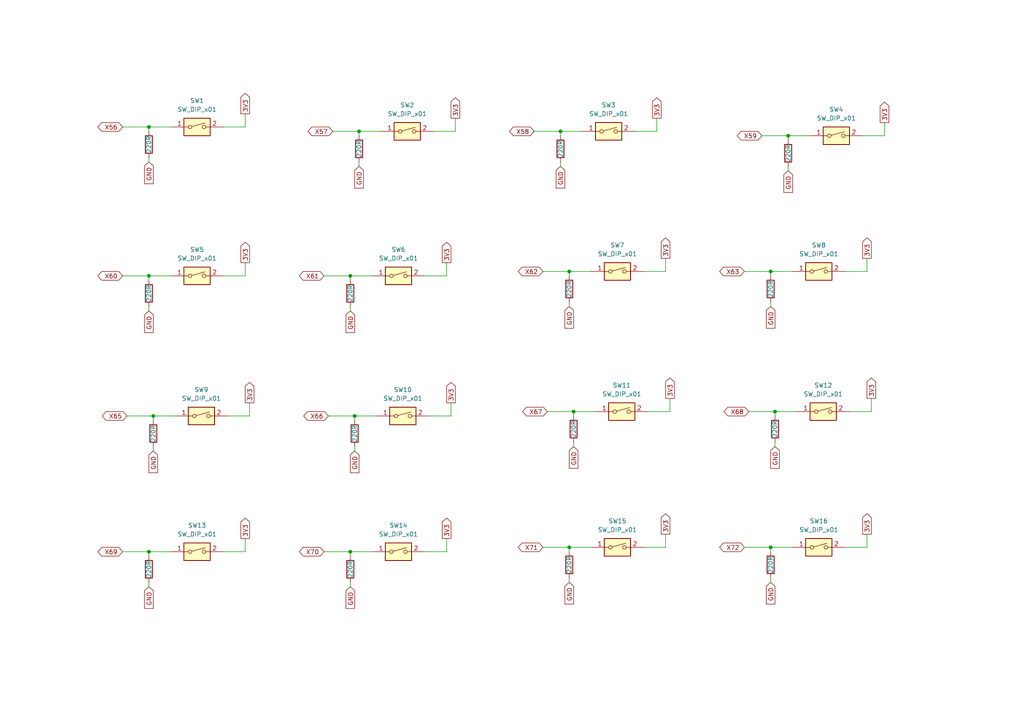
<source format=kicad_sch>
(kicad_sch (version 20231120) (generator "eeschema") (generator_version "8.0")
  (paper "A4")
  (lib_symbols
    (symbol "Device:R" (pin_numbers hide) (pin_names (offset 0))
      (property "Reference" "R" (at 2.032 0 90))
      (property "Value" "R" (at 0 0 90))
      (symbol "R_0_1"
        (rectangle (start -1.016 -2.54) (end 1.016 2.54) (stroke (width 0.254)))
      )
      (symbol "R_1_1"
        (pin passive line (at 0 3.81 270) (length 1.27) (name "~") (number "1"))
        (pin passive line (at 0 -3.81 90) (length 1.27) (name "~") (number "2"))
      )
    )
    (symbol "Switch:SW_DIP_x01" (pin_names (offset 0) hide)
      (property "Reference" "SW" (at 0 3.81 0))
      (property "Value" "SW_DIP_x01" (at 0 -3.81 0))
      (symbol "SW_DIP_x01_0_0"
        (circle (center -2.032 0) (radius 0.508))
        (polyline (pts (xy -1.524 0.127) (xy 2.3622 1.1684)))
        (circle (center 2.032 0) (radius 0.508))
      )
      (symbol "SW_DIP_x01_0_1"
        (rectangle (start -3.81 2.54) (end 3.81 -2.54) (stroke (width 0.254)) (fill (type background)))
      )
      (symbol "SW_DIP_x01_1_1"
        (pin passive line (at -7.62 0 0) (length 5.08) (name "~") (number "1"))
        (pin passive line (at 7.62 0 180) (length 5.08) (name "~") (number "2"))
      )
    )
  )
  (junction (at 223.52 158.75))
  (junction (at 102.87 120.65))
  (junction (at 166.37 119.38))
  (junction (at 162.56 38.1))
  (junction (at 165.1 78.74))
  (junction (at 165.1 158.75))
  (junction (at 101.6 80.01))
  (junction (at 101.6 160.02))
  (junction (at 104.14 38.1))
  (junction (at 224.79 119.38))
  (junction (at 44.45 120.65))
  (junction (at 223.52 78.74))
  (junction (at 43.18 80.01))
  (junction (at 43.18 160.02))
  (junction (at 228.6 39.37))
  (junction (at 43.18 36.83))
  (wire (pts (xy 157.48 158.75) (xy 165.1 158.75)))
  (wire (pts (xy 101.6 90.17) (xy 101.6 88.9)))
  (wire (pts (xy 35.56 160.02) (xy 43.18 160.02)))
  (wire (pts (xy 166.37 129.54) (xy 166.37 128.27)))
  (wire (pts (xy 64.77 36.83) (xy 71.12 36.83)))
  (wire (pts (xy 228.6 39.37) (xy 234.95 39.37)))
  (wire (pts (xy 166.37 119.38) (xy 172.72 119.38)))
  (wire (pts (xy 246.38 119.38) (xy 252.73 119.38)))
  (wire (pts (xy 165.1 78.74) (xy 165.1 80.01)))
  (wire (pts (xy 44.45 120.65) (xy 44.45 121.92)))
  (wire (pts (xy 102.87 120.65) (xy 109.22 120.65)))
  (wire (pts (xy 190.5 38.1) (xy 190.5 34.29)))
  (wire (pts (xy 71.12 36.83) (xy 71.12 33.02)))
  (wire (pts (xy 252.73 119.38) (xy 252.73 115.57)))
  (wire (pts (xy 35.56 36.83) (xy 43.18 36.83)))
  (wire (pts (xy 228.6 49.53) (xy 228.6 48.26)))
  (wire (pts (xy 129.54 80.01) (xy 129.54 76.2)))
  (wire (pts (xy 223.52 158.75) (xy 229.87 158.75)))
  (wire (pts (xy 130.81 120.65) (xy 130.81 116.84)))
  (wire (pts (xy 72.39 120.65) (xy 72.39 116.84)))
  (wire (pts (xy 132.08 38.1) (xy 132.08 34.29)))
  (wire (pts (xy 101.6 160.02) (xy 107.95 160.02)))
  (wire (pts (xy 165.1 158.75) (xy 165.1 160.02)))
  (wire (pts (xy 224.79 119.38) (xy 224.79 120.65)))
  (wire (pts (xy 165.1 78.74) (xy 171.45 78.74)))
  (wire (pts (xy 125.73 38.1) (xy 132.08 38.1)))
  (wire (pts (xy 64.77 160.02) (xy 71.12 160.02)))
  (wire (pts (xy 228.6 39.37) (xy 228.6 40.64)))
  (wire (pts (xy 250.19 39.37) (xy 256.54 39.37)))
  (wire (pts (xy 101.6 80.01) (xy 107.95 80.01)))
  (wire (pts (xy 129.54 160.02) (xy 129.54 156.21)))
  (wire (pts (xy 224.79 129.54) (xy 224.79 128.27)))
  (wire (pts (xy 223.52 78.74) (xy 229.87 78.74)))
  (wire (pts (xy 43.18 80.01) (xy 43.18 81.28)))
  (wire (pts (xy 220.98 39.37) (xy 228.6 39.37)))
  (wire (pts (xy 217.17 119.38) (xy 224.79 119.38)))
  (wire (pts (xy 95.25 120.65) (xy 102.87 120.65)))
  (wire (pts (xy 251.46 78.74) (xy 251.46 74.93)))
  (wire (pts (xy 102.87 120.65) (xy 102.87 121.92)))
  (wire (pts (xy 165.1 168.91) (xy 165.1 167.64)))
  (wire (pts (xy 101.6 80.01) (xy 101.6 81.28)))
  (wire (pts (xy 71.12 80.01) (xy 71.12 76.2)))
  (wire (pts (xy 64.77 80.01) (xy 71.12 80.01)))
  (wire (pts (xy 165.1 158.75) (xy 171.45 158.75)))
  (wire (pts (xy 101.6 170.18) (xy 101.6 168.91)))
  (wire (pts (xy 96.52 38.1) (xy 104.14 38.1)))
  (wire (pts (xy 93.98 160.02) (xy 101.6 160.02)))
  (wire (pts (xy 44.45 120.65) (xy 50.8 120.65)))
  (wire (pts (xy 165.1 88.9) (xy 165.1 87.63)))
  (wire (pts (xy 43.18 80.01) (xy 49.53 80.01)))
  (wire (pts (xy 223.52 88.9) (xy 223.52 87.63)))
  (wire (pts (xy 157.48 78.74) (xy 165.1 78.74)))
  (wire (pts (xy 43.18 160.02) (xy 43.18 161.29)))
  (wire (pts (xy 35.56 80.01) (xy 43.18 80.01)))
  (wire (pts (xy 154.94 38.1) (xy 162.56 38.1)))
  (wire (pts (xy 223.52 78.74) (xy 223.52 80.01)))
  (wire (pts (xy 186.69 158.75) (xy 193.04 158.75)))
  (wire (pts (xy 193.04 78.74) (xy 193.04 74.93)))
  (wire (pts (xy 256.54 39.37) (xy 256.54 35.56)))
  (wire (pts (xy 104.14 38.1) (xy 110.49 38.1)))
  (wire (pts (xy 245.11 78.74) (xy 251.46 78.74)))
  (wire (pts (xy 36.83 120.65) (xy 44.45 120.65)))
  (wire (pts (xy 162.56 38.1) (xy 162.56 39.37)))
  (wire (pts (xy 245.11 158.75) (xy 251.46 158.75)))
  (wire (pts (xy 93.98 80.01) (xy 101.6 80.01)))
  (wire (pts (xy 184.15 38.1) (xy 190.5 38.1)))
  (wire (pts (xy 166.37 119.38) (xy 166.37 120.65)))
  (wire (pts (xy 251.46 158.75) (xy 251.46 154.94)))
  (wire (pts (xy 104.14 38.1) (xy 104.14 39.37)))
  (wire (pts (xy 43.18 46.99) (xy 43.18 45.72)))
  (wire (pts (xy 162.56 38.1) (xy 168.91 38.1)))
  (wire (pts (xy 193.04 158.75) (xy 193.04 154.94)))
  (wire (pts (xy 124.46 120.65) (xy 130.81 120.65)))
  (wire (pts (xy 186.69 78.74) (xy 193.04 78.74)))
  (wire (pts (xy 123.19 80.01) (xy 129.54 80.01)))
  (wire (pts (xy 43.18 90.17) (xy 43.18 88.9)))
  (wire (pts (xy 101.6 160.02) (xy 101.6 161.29)))
  (wire (pts (xy 43.18 160.02) (xy 49.53 160.02)))
  (wire (pts (xy 123.19 160.02) (xy 129.54 160.02)))
  (wire (pts (xy 158.75 119.38) (xy 166.37 119.38)))
  (wire (pts (xy 187.96 119.38) (xy 194.31 119.38)))
  (wire (pts (xy 102.87 130.81) (xy 102.87 129.54)))
  (wire (pts (xy 215.9 158.75) (xy 223.52 158.75)))
  (wire (pts (xy 66.04 120.65) (xy 72.39 120.65)))
  (wire (pts (xy 162.56 48.26) (xy 162.56 46.99)))
  (wire (pts (xy 223.52 168.91) (xy 223.52 167.64)))
  (wire (pts (xy 71.12 160.02) (xy 71.12 156.21)))
  (wire (pts (xy 224.79 119.38) (xy 231.14 119.38)))
  (wire (pts (xy 43.18 36.83) (xy 49.53 36.83)))
  (wire (pts (xy 223.52 158.75) (xy 223.52 160.02)))
  (wire (pts (xy 194.31 119.38) (xy 194.31 115.57)))
  (wire (pts (xy 43.18 36.83) (xy 43.18 38.1)))
  (wire (pts (xy 44.45 130.81) (xy 44.45 129.54)))
  (wire (pts (xy 215.9 78.74) (xy 223.52 78.74)))
  (wire (pts (xy 104.14 48.26) (xy 104.14 46.99)))
  (wire (pts (xy 43.18 170.18) (xy 43.18 168.91)))
  (global_label "X71" (shape bidirectional) (at 157.48 158.75 180) (property "Intersheetrefs" "${INTERSHEET_REFS}" (effects (hide yes))))
  (global_label "X68" (shape bidirectional) (at 217.17 119.38 180) (property "Intersheetrefs" "${INTERSHEET_REFS}" (effects (hide yes))))
  (global_label "3V3" (shape output) (at 129.54 76.2 90) (property "Intersheetrefs" "${INTERSHEET_REFS}" (effects (hide yes))))
  (global_label "3V3" (shape output) (at 72.39 116.84 90) (property "Intersheetrefs" "${INTERSHEET_REFS}" (effects (hide yes))))
  (global_label "GND" (shape input) (at 223.52 168.91 270) (property "Intersheetrefs" "${INTERSHEET_REFS}" (effects (hide yes))))
  (global_label "GND" (shape input) (at 44.45 130.81 270) (property "Intersheetrefs" "${INTERSHEET_REFS}" (effects (hide yes))))
  (global_label "3V3" (shape output) (at 252.73 115.57 90) (property "Intersheetrefs" "${INTERSHEET_REFS}" (effects (hide yes))))
  (global_label "3V3" (shape output) (at 130.81 116.84 90) (property "Intersheetrefs" "${INTERSHEET_REFS}" (effects (hide yes))))
  (global_label "X57" (shape bidirectional) (at 96.52 38.1 180) (property "Intersheetrefs" "${INTERSHEET_REFS}" (effects (hide yes))))
  (global_label "X67" (shape bidirectional) (at 158.75 119.38 180) (property "Intersheetrefs" "${INTERSHEET_REFS}" (effects (hide yes))))
  (global_label "3V3" (shape output) (at 71.12 33.02 90) (property "Intersheetrefs" "${INTERSHEET_REFS}" (effects (hide yes))))
  (global_label "3V3" (shape output) (at 194.31 115.57 90) (property "Intersheetrefs" "${INTERSHEET_REFS}" (effects (hide yes))))
  (global_label "X60" (shape bidirectional) (at 35.56 80.01 180) (property "Intersheetrefs" "${INTERSHEET_REFS}" (effects (hide yes))))
  (global_label "X63" (shape bidirectional) (at 215.9 78.74 180) (property "Intersheetrefs" "${INTERSHEET_REFS}" (effects (hide yes))))
  (global_label "X72" (shape bidirectional) (at 215.9 158.75 180) (property "Intersheetrefs" "${INTERSHEET_REFS}" (effects (hide yes))))
  (global_label "X62" (shape bidirectional) (at 157.48 78.74 180) (property "Intersheetrefs" "${INTERSHEET_REFS}" (effects (hide yes))))
  (global_label "X66" (shape bidirectional) (at 95.25 120.65 180) (property "Intersheetrefs" "${INTERSHEET_REFS}" (effects (hide yes))))
  (global_label "3V3" (shape output) (at 251.46 154.94 90) (property "Intersheetrefs" "${INTERSHEET_REFS}" (effects (hide yes))))
  (global_label "3V3" (shape output) (at 193.04 74.93 90) (property "Intersheetrefs" "${INTERSHEET_REFS}" (effects (hide yes))))
  (global_label "X59" (shape bidirectional) (at 220.98 39.37 180) (property "Intersheetrefs" "${INTERSHEET_REFS}" (effects (hide yes))))
  (global_label "3V3" (shape output) (at 129.54 156.21 90) (property "Intersheetrefs" "${INTERSHEET_REFS}" (effects (hide yes))))
  (global_label "3V3" (shape output) (at 132.08 34.29 90) (property "Intersheetrefs" "${INTERSHEET_REFS}" (effects (hide yes))))
  (global_label "X61" (shape bidirectional) (at 93.98 80.01 180) (property "Intersheetrefs" "${INTERSHEET_REFS}" (effects (hide yes))))
  (global_label "GND" (shape input) (at 102.87 130.81 270) (property "Intersheetrefs" "${INTERSHEET_REFS}" (effects (hide yes))))
  (global_label "3V3" (shape output) (at 251.46 74.93 90) (property "Intersheetrefs" "${INTERSHEET_REFS}" (effects (hide yes))))
  (global_label "X69" (shape bidirectional) (at 35.56 160.02 180) (property "Intersheetrefs" "${INTERSHEET_REFS}" (effects (hide yes))))
  (global_label "X65" (shape bidirectional) (at 36.83 120.65 180) (property "Intersheetrefs" "${INTERSHEET_REFS}" (effects (hide yes))))
  (global_label "X58" (shape bidirectional) (at 154.94 38.1 180) (property "Intersheetrefs" "${INTERSHEET_REFS}" (effects (hide yes))))
  (global_label "X56" (shape bidirectional) (at 35.56 36.83 180) (property "Intersheetrefs" "${INTERSHEET_REFS}" (effects (hide yes))))
  (global_label "GND" (shape input) (at 165.1 168.91 270) (property "Intersheetrefs" "${INTERSHEET_REFS}" (effects (hide yes))))
  (global_label "3V3" (shape output) (at 190.5 34.29 90) (property "Intersheetrefs" "${INTERSHEET_REFS}" (effects (hide yes))))
  (global_label "X70" (shape bidirectional) (at 93.98 160.02 180) (property "Intersheetrefs" "${INTERSHEET_REFS}" (effects (hide yes))))
  (global_label "3V3" (shape output) (at 71.12 76.2 90) (property "Intersheetrefs" "${INTERSHEET_REFS}" (effects (hide yes))))
  (global_label "3V3" (shape output) (at 193.04 154.94 90) (property "Intersheetrefs" "${INTERSHEET_REFS}" (effects (hide yes))))
  (global_label "GND" (shape input) (at 224.79 129.54 270) (property "Intersheetrefs" "${INTERSHEET_REFS}" (effects (hide yes))))
  (global_label "GND" (shape input) (at 166.37 129.54 270) (property "Intersheetrefs" "${INTERSHEET_REFS}" (effects (hide yes))))
  (global_label "3V3" (shape output) (at 71.12 156.21 90) (property "Intersheetrefs" "${INTERSHEET_REFS}" (effects (hide yes))))
  (global_label "GND" (shape input) (at 43.18 90.17 270) (property "Intersheetrefs" "${INTERSHEET_REFS}" (effects (hide yes))))
  (global_label "GND" (shape input) (at 43.18 170.18 270) (property "Intersheetrefs" "${INTERSHEET_REFS}" (effects (hide yes))))
  (global_label "GND" (shape input) (at 104.14 48.26 270) (property "Intersheetrefs" "${INTERSHEET_REFS}" (effects (hide yes))))
  (global_label "3V3" (shape output) (at 256.54 35.56 90) (property "Intersheetrefs" "${INTERSHEET_REFS}" (effects (hide yes))))
  (global_label "GND" (shape input) (at 223.52 88.9 270) (property "Intersheetrefs" "${INTERSHEET_REFS}" (effects (hide yes))))
  (global_label "GND" (shape input) (at 162.56 48.26 270) (property "Intersheetrefs" "${INTERSHEET_REFS}" (effects (hide yes))))
  (global_label "GND" (shape input) (at 101.6 90.17 270) (property "Intersheetrefs" "${INTERSHEET_REFS}" (effects (hide yes))))
  (global_label "GND" (shape input) (at 101.6 170.18 270) (property "Intersheetrefs" "${INTERSHEET_REFS}" (effects (hide yes))))
  (global_label "GND" (shape input) (at 43.18 46.99 270) (property "Intersheetrefs" "${INTERSHEET_REFS}" (effects (hide yes))))
  (global_label "GND" (shape input) (at 228.6 49.53 270) (property "Intersheetrefs" "${INTERSHEET_REFS}" (effects (hide yes))))
  (global_label "GND" (shape input) (at 165.1 88.9 270) (property "Intersheetrefs" "${INTERSHEET_REFS}" (effects (hide yes))))
  (symbol (lib_id "Switch:SW_DIP_x01") (at 118.11 38.1 0) (unit 1)
    (property "Reference" "SW2" (at 118.11 30.48 0))
    (property "Value" "SW_DIP_x01" (at 118.11 33.02 0))
    (property "Footprint" "Button_Switch_SMD:SW_DIP_SPSTx01_Slide_6.7x4.1mm_W6.73mm_P2.54mm_LowProfile_JPin" (effects (hide yes)))
    (property "Description" "1x DIP Switch, Single Pole Single Throw (SPST) switch, small symbol" (effects (hide yes)))
  )
  (symbol (lib_id "Device:R") (at 104.14 43.18 180) (unit 1)
    (property "Reference" "R3" (effects (hide yes)))
    (property "Value" "220R" (at 104.14 43.18 90))
    (property "Footprint" "Resistor_SMD:R_0603_1608Metric" (effects (hide yes)))
    (property "Description" "Resistor" (effects (hide yes)))
  )
  (symbol (lib_id "Switch:SW_DIP_x01") (at 115.57 80.01 0) (unit 1)
    (property "Reference" "SW6" (at 115.57 72.39 0))
    (property "Value" "SW_DIP_x01" (at 115.57 74.93 0))
    (property "Footprint" "Button_Switch_SMD:SW_DIP_SPSTx01_Slide_6.7x4.1mm_W6.73mm_P2.54mm_LowProfile_JPin" (effects (hide yes)))
    (property "Description" "1x DIP Switch, Single Pole Single Throw (SPST) switch, small symbol" (effects (hide yes)))
  )
  (symbol (lib_id "Device:R") (at 43.18 165.1 180) (unit 1)
    (property "Reference" "R24" (effects (hide yes)))
    (property "Value" "220R" (at 43.18 165.1 90))
    (property "Footprint" "Resistor_SMD:R_0603_1608Metric" (effects (hide yes)))
    (property "Description" "Resistor" (effects (hide yes)))
  )
  (symbol (lib_id "Device:R") (at 44.45 125.73 180) (unit 1)
    (property "Reference" "R20" (effects (hide yes)))
    (property "Value" "220R" (at 44.45 125.73 90))
    (property "Footprint" "Resistor_SMD:R_0603_1608Metric" (effects (hide yes)))
    (property "Description" "Resistor" (effects (hide yes)))
  )
  (symbol (lib_id "Device:R") (at 162.56 43.18 180) (unit 1)
    (property "Reference" "R13" (effects (hide yes)))
    (property "Value" "220R" (at 162.56 43.18 90))
    (property "Footprint" "Resistor_SMD:R_0603_1608Metric" (effects (hide yes)))
    (property "Description" "Resistor" (effects (hide yes)))
  )
  (symbol (lib_id "Switch:SW_DIP_x01") (at 176.53 38.1 0) (unit 1)
    (property "Reference" "SW3" (at 176.53 30.48 0))
    (property "Value" "SW_DIP_x01" (at 176.53 33.02 0))
    (property "Footprint" "Button_Switch_SMD:SW_DIP_SPSTx01_Slide_6.7x4.1mm_W6.73mm_P2.54mm_LowProfile_JPin" (effects (hide yes)))
    (property "Description" "1x DIP Switch, Single Pole Single Throw (SPST) switch, small symbol" (effects (hide yes)))
  )
  (symbol (lib_id "Device:R") (at 165.1 83.82 180) (unit 1)
    (property "Reference" "R18" (effects (hide yes)))
    (property "Value" "220R" (at 165.1 83.82 90))
    (property "Footprint" "Resistor_SMD:R_0603_1608Metric" (effects (hide yes)))
    (property "Description" "Resistor" (effects (hide yes)))
  )
  (symbol (lib_id "Switch:SW_DIP_x01") (at 58.42 120.65 0) (unit 1)
    (property "Reference" "SW9" (at 58.42 113.03 0))
    (property "Value" "SW_DIP_x01" (at 58.42 115.57 0))
    (property "Footprint" "Button_Switch_SMD:SW_DIP_SPSTx01_Slide_6.7x4.1mm_W6.73mm_P2.54mm_LowProfile_JPin" (effects (hide yes)))
    (property "Description" "1x DIP Switch, Single Pole Single Throw (SPST) switch, small symbol" (effects (hide yes)))
  )
  (symbol (lib_id "Switch:SW_DIP_x01") (at 57.15 36.83 0) (unit 1)
    (property "Reference" "SW1" (at 57.15 29.21 0))
    (property "Value" "SW_DIP_x01" (at 57.15 31.75 0))
    (property "Footprint" "Button_Switch_SMD:SW_DIP_SPSTx01_Slide_6.7x4.1mm_W6.73mm_P2.54mm_LowProfile_JPin" (effects (hide yes)))
    (property "Description" "1x DIP Switch, Single Pole Single Throw (SPST) switch, small symbol" (effects (hide yes)))
  )
  (symbol (lib_id "Switch:SW_DIP_x01") (at 237.49 78.74 0) (unit 1)
    (property "Reference" "SW8" (at 237.49 71.12 0))
    (property "Value" "SW_DIP_x01" (at 237.49 73.66 0))
    (property "Footprint" "Button_Switch_SMD:SW_DIP_SPSTx01_Slide_6.7x4.1mm_W6.73mm_P2.54mm_LowProfile_JPin" (effects (hide yes)))
    (property "Description" "1x DIP Switch, Single Pole Single Throw (SPST) switch, small symbol" (effects (hide yes)))
  )
  (symbol (lib_id "Switch:SW_DIP_x01") (at 115.57 160.02 0) (unit 1)
    (property "Reference" "SW14" (at 115.57 152.4 0))
    (property "Value" "SW_DIP_x01" (at 115.57 154.94 0))
    (property "Footprint" "Button_Switch_SMD:SW_DIP_SPSTx01_Slide_6.7x4.1mm_W6.73mm_P2.54mm_LowProfile_JPin" (effects (hide yes)))
    (property "Description" "1x DIP Switch, Single Pole Single Throw (SPST) switch, small symbol" (effects (hide yes)))
  )
  (symbol (lib_id "Switch:SW_DIP_x01") (at 179.07 78.74 0) (unit 1)
    (property "Reference" "SW7" (at 179.07 71.12 0))
    (property "Value" "SW_DIP_x01" (at 179.07 73.66 0))
    (property "Footprint" "Button_Switch_SMD:SW_DIP_SPSTx01_Slide_6.7x4.1mm_W6.73mm_P2.54mm_LowProfile_JPin" (effects (hide yes)))
    (property "Description" "1x DIP Switch, Single Pole Single Throw (SPST) switch, small symbol" (effects (hide yes)))
  )
  (symbol (lib_id "Device:R") (at 166.37 124.46 180) (unit 1)
    (property "Reference" "R22" (effects (hide yes)))
    (property "Value" "220R" (at 166.37 124.46 90))
    (property "Footprint" "Resistor_SMD:R_0603_1608Metric" (effects (hide yes)))
    (property "Description" "Resistor" (effects (hide yes)))
  )
  (symbol (lib_id "Device:R") (at 223.52 163.83 180) (unit 1)
    (property "Reference" "R27" (effects (hide yes)))
    (property "Value" "220R" (at 223.52 163.83 90))
    (property "Footprint" "Resistor_SMD:R_0603_1608Metric" (effects (hide yes)))
    (property "Description" "Resistor" (effects (hide yes)))
  )
  (symbol (lib_id "Switch:SW_DIP_x01") (at 57.15 80.01 0) (unit 1)
    (property "Reference" "SW5" (at 57.15 72.39 0))
    (property "Value" "SW_DIP_x01" (at 57.15 74.93 0))
    (property "Footprint" "Button_Switch_SMD:SW_DIP_SPSTx01_Slide_6.7x4.1mm_W6.73mm_P2.54mm_LowProfile_JPin" (effects (hide yes)))
    (property "Description" "1x DIP Switch, Single Pole Single Throw (SPST) switch, small symbol" (effects (hide yes)))
  )
  (symbol (lib_id "Device:R") (at 224.79 124.46 180) (unit 1)
    (property "Reference" "R23" (effects (hide yes)))
    (property "Value" "220R" (at 224.79 124.46 90))
    (property "Footprint" "Resistor_SMD:R_0603_1608Metric" (effects (hide yes)))
    (property "Description" "Resistor" (effects (hide yes)))
  )
  (symbol (lib_id "Switch:SW_DIP_x01") (at 179.07 158.75 0) (unit 1)
    (property "Reference" "SW15" (at 179.07 151.13 0))
    (property "Value" "SW_DIP_x01" (at 179.07 153.67 0))
    (property "Footprint" "Button_Switch_SMD:SW_DIP_SPSTx01_Slide_6.7x4.1mm_W6.73mm_P2.54mm_LowProfile_JPin" (effects (hide yes)))
    (property "Description" "1x DIP Switch, Single Pole Single Throw (SPST) switch, small symbol" (effects (hide yes)))
  )
  (symbol (lib_id "Device:R") (at 102.87 125.73 180) (unit 1)
    (property "Reference" "R21" (effects (hide yes)))
    (property "Value" "220R" (at 102.87 125.73 90))
    (property "Footprint" "Resistor_SMD:R_0603_1608Metric" (effects (hide yes)))
    (property "Description" "Resistor" (effects (hide yes)))
  )
  (symbol (lib_id "Switch:SW_DIP_x01") (at 57.15 160.02 0) (unit 1)
    (property "Reference" "SW13" (at 57.15 152.4 0))
    (property "Value" "SW_DIP_x01" (at 57.15 154.94 0))
    (property "Footprint" "Button_Switch_SMD:SW_DIP_SPSTx01_Slide_6.7x4.1mm_W6.73mm_P2.54mm_LowProfile_JPin" (effects (hide yes)))
    (property "Description" "1x DIP Switch, Single Pole Single Throw (SPST) switch, small symbol" (effects (hide yes)))
  )
  (symbol (lib_id "Switch:SW_DIP_x01") (at 180.34 119.38 0) (unit 1)
    (property "Reference" "SW11" (at 180.34 111.76 0))
    (property "Value" "SW_DIP_x01" (at 180.34 114.3 0))
    (property "Footprint" "Button_Switch_SMD:SW_DIP_SPSTx01_Slide_6.7x4.1mm_W6.73mm_P2.54mm_LowProfile_JPin" (effects (hide yes)))
    (property "Description" "1x DIP Switch, Single Pole Single Throw (SPST) switch, small symbol" (effects (hide yes)))
  )
  (symbol (lib_id "Device:R") (at 165.1 163.83 180) (unit 1)
    (property "Reference" "R26" (effects (hide yes)))
    (property "Value" "220R" (at 165.1 163.83 90))
    (property "Footprint" "Resistor_SMD:R_0603_1608Metric" (effects (hide yes)))
    (property "Description" "Resistor" (effects (hide yes)))
  )
  (symbol (lib_id "Device:R") (at 101.6 85.09 180) (unit 1)
    (property "Reference" "R17" (effects (hide yes)))
    (property "Value" "220R" (at 101.6 85.09 90))
    (property "Footprint" "Resistor_SMD:R_0603_1608Metric" (effects (hide yes)))
    (property "Description" "Resistor" (effects (hide yes)))
  )
  (symbol (lib_id "Switch:SW_DIP_x01") (at 116.84 120.65 0) (unit 1)
    (property "Reference" "SW10" (at 116.84 113.03 0))
    (property "Value" "SW_DIP_x01" (at 116.84 115.57 0))
    (property "Footprint" "Button_Switch_SMD:SW_DIP_SPSTx01_Slide_6.7x4.1mm_W6.73mm_P2.54mm_LowProfile_JPin" (effects (hide yes)))
    (property "Description" "1x DIP Switch, Single Pole Single Throw (SPST) switch, small symbol" (effects (hide yes)))
  )
  (symbol (lib_id "Device:R") (at 223.52 83.82 180) (unit 1)
    (property "Reference" "R19" (effects (hide yes)))
    (property "Value" "220R" (at 223.52 83.82 90))
    (property "Footprint" "Resistor_SMD:R_0603_1608Metric" (effects (hide yes)))
    (property "Description" "Resistor" (effects (hide yes)))
  )
  (symbol (lib_id "Device:R") (at 43.18 41.91 180) (unit 1)
    (property "Reference" "R1" (effects (hide yes)))
    (property "Value" "220R" (at 43.18 41.91 90))
    (property "Footprint" "Resistor_SMD:R_0603_1608Metric" (effects (hide yes)))
    (property "Description" "Resistor" (effects (hide yes)))
  )
  (symbol (lib_id "Switch:SW_DIP_x01") (at 237.49 158.75 0) (unit 1)
    (property "Reference" "SW16" (at 237.49 151.13 0))
    (property "Value" "SW_DIP_x01" (at 237.49 153.67 0))
    (property "Footprint" "Button_Switch_SMD:SW_DIP_SPSTx01_Slide_6.7x4.1mm_W6.73mm_P2.54mm_LowProfile_JPin" (effects (hide yes)))
    (property "Description" "1x DIP Switch, Single Pole Single Throw (SPST) switch, small symbol" (effects (hide yes)))
  )
  (symbol (lib_id "Device:R") (at 228.6 44.45 180) (unit 1)
    (property "Reference" "R15" (effects (hide yes)))
    (property "Value" "220R" (at 228.6 44.45 90))
    (property "Footprint" "Resistor_SMD:R_0603_1608Metric" (effects (hide yes)))
    (property "Description" "Resistor" (effects (hide yes)))
  )
  (symbol (lib_id "Switch:SW_DIP_x01") (at 238.76 119.38 0) (unit 1)
    (property "Reference" "SW12" (at 238.76 111.76 0))
    (property "Value" "SW_DIP_x01" (at 238.76 114.3 0))
    (property "Footprint" "Button_Switch_SMD:SW_DIP_SPSTx01_Slide_6.7x4.1mm_W6.73mm_P2.54mm_LowProfile_JPin" (effects (hide yes)))
    (property "Description" "1x DIP Switch, Single Pole Single Throw (SPST) switch, small symbol" (effects (hide yes)))
  )
  (symbol (lib_id "Switch:SW_DIP_x01") (at 242.57 39.37 0) (unit 1)
    (property "Reference" "SW4" (at 242.57 31.75 0))
    (property "Value" "SW_DIP_x01" (at 242.57 34.29 0))
    (property "Footprint" "Button_Switch_SMD:SW_DIP_SPSTx01_Slide_6.7x4.1mm_W6.73mm_P2.54mm_LowProfile_JPin" (effects (hide yes)))
    (property "Description" "1x DIP Switch, Single Pole Single Throw (SPST) switch, small symbol" (effects (hide yes)))
  )
  (symbol (lib_id "Device:R") (at 43.18 85.09 180) (unit 1)
    (property "Reference" "R16" (effects (hide yes)))
    (property "Value" "220R" (at 43.18 85.09 90))
    (property "Footprint" "Resistor_SMD:R_0603_1608Metric" (effects (hide yes)))
    (property "Description" "Resistor" (effects (hide yes)))
  )
  (symbol (lib_id "Device:R") (at 101.6 165.1 180) (unit 1)
    (property "Reference" "R25" (effects (hide yes)))
    (property "Value" "220R" (at 101.6 165.1 90))
    (property "Footprint" "Resistor_SMD:R_0603_1608Metric" (effects (hide yes)))
    (property "Description" "Resistor" (effects (hide yes)))
  )
)
</source>
